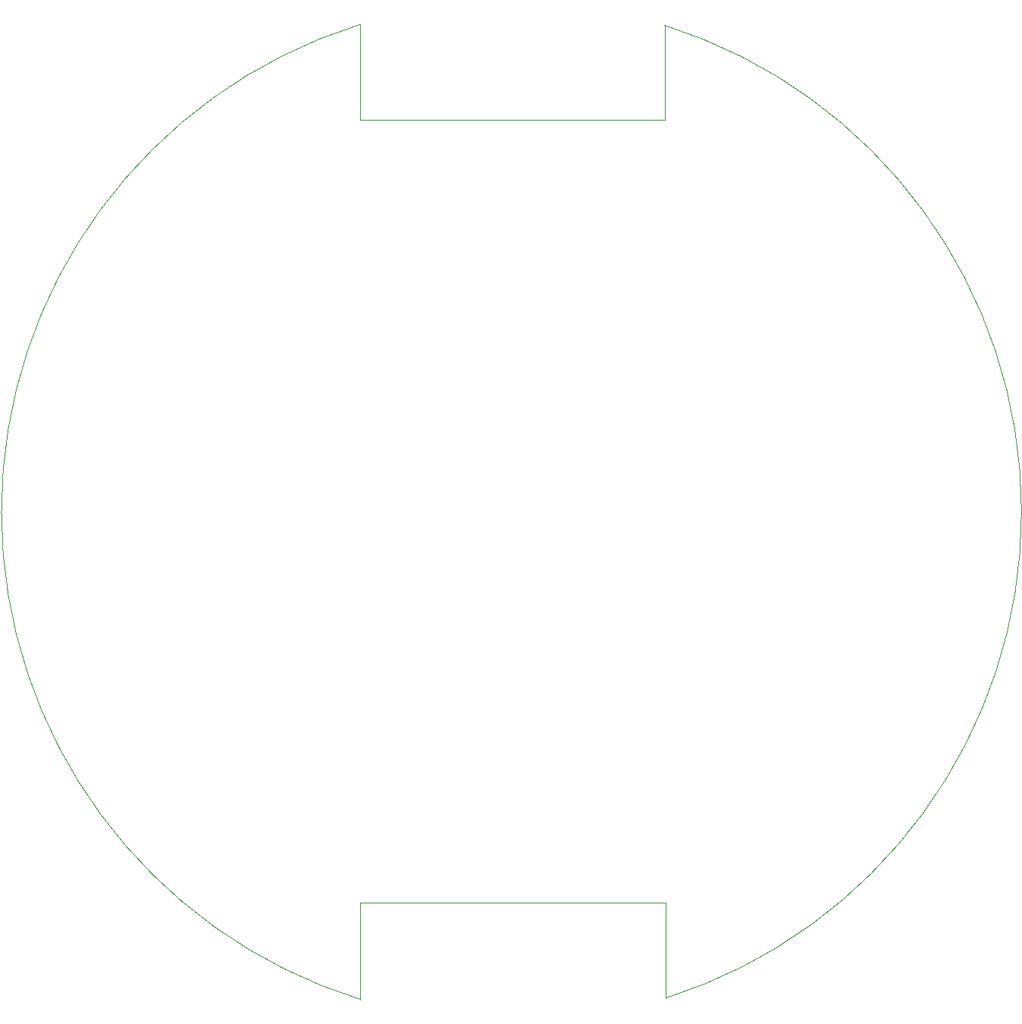
<source format=gm1>
%TF.GenerationSoftware,KiCad,Pcbnew,5.1.10-88a1d61d58~90~ubuntu20.04.1*%
%TF.CreationDate,2021-11-17T23:21:55+05:30*%
%TF.ProjectId,Meshmerize,4d657368-6d65-4726-997a-652e6b696361,rev?*%
%TF.SameCoordinates,Original*%
%TF.FileFunction,Profile,NP*%
%FSLAX46Y46*%
G04 Gerber Fmt 4.6, Leading zero omitted, Abs format (unit mm)*
G04 Created by KiCad (PCBNEW 5.1.10-88a1d61d58~90~ubuntu20.04.1) date 2021-11-17 23:21:55*
%MOMM*%
%LPD*%
G01*
G04 APERTURE LIST*
%TA.AperFunction,Profile*%
%ADD10C,0.050000*%
%TD*%
G04 APERTURE END LIST*
D10*
X168165979Y-37132020D02*
G75*
G02*
X168258499Y-145703539I-17086779J-54300360D01*
G01*
X134164693Y-145844963D02*
G75*
G02*
X134119102Y-37030781I16904407J54414183D01*
G01*
X134171700Y-135050780D02*
X134164693Y-145844963D01*
X168258500Y-135050780D02*
X168258500Y-145703540D01*
X134121700Y-47710780D02*
X134119102Y-37030781D01*
X168208500Y-47710780D02*
X168165979Y-37132021D01*
X151215100Y-135050780D02*
X168258500Y-135050780D01*
X134171700Y-135050780D02*
X151215100Y-135050780D01*
X134121700Y-47710780D02*
X151165100Y-47710780D01*
X151165100Y-47710780D02*
X168208500Y-47710780D01*
M02*

</source>
